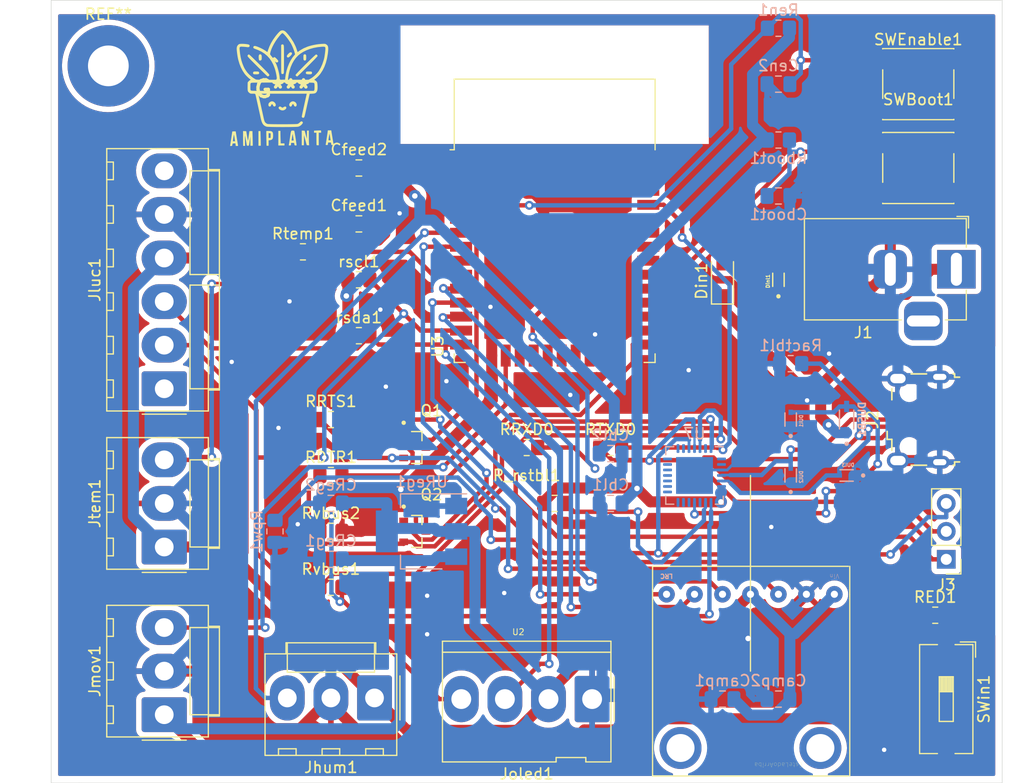
<source format=kicad_pcb>
(kicad_pcb (version 20211014) (generator pcbnew)
  (layers (0 "F.Cu" signal) (31 "B.Cu" signal) (34 "B.Paste" user) (35 "F.Paste" user) (36 "B.SilkS" user "B.Silkscreen") (37 "F.SilkS" user "F.Silkscreen") (38 "B.Mask" user) (39 "F.Mask" user) (44 "Edge.Cuts" user))
  (net 0 "")
  (net 1 "+3.3V")
  (net 2 "GNDREF")
  (net 3 "BOOT")
  (net 4 "EN")
  (net 5 "+5V")
  (net 6 "+5V_Jack")
  (net 7 "Net-(Din1-Pad2)")
  (net 8 "/CP2102N-A02-GQFN28(Bootloader)/VBUS")
  (net 9 "/CP2102N-A02-GQFN28(Bootloader)/USB_DP")
  (net 10 "/CP2102N-A02-GQFN28(Bootloader)/USB_DN")
  (net 12 "/CP2102N-A02-GQFN28(Bootloader)/TXD")
  (net 13 "/CP2102N-A02-GQFN28(Bootloader)/RXD")
  (net 14 "/CP2102N-A02-GQFN28(Bootloader)/RTS")
  (net 15 "/Sensores/dh")
  (net 16 "/Sensores/INT Luz(op)")
  (net 17 "/ESP32/SCL")
  (net 18 "/ESP32/SDA")
  (net 19 "/Sensores/VL Luz (op)")
  (net 20 "/Sensores/dm")
  (net 21 "/Sensores/dt")
  (net 22 "Net-(Q1-Pad1)")
  (net 23 "Net-(Q2-Pad1)")
  (net 24 "/CP2102N-A02-GQFN28(Bootloader)/DTR")
  (net 25 "Net-(Ractbl1-Pad1)")
  (net 26 "Net-(RED1-Pad1)")
  (net 27 "/CP2102N-A02-GQFN28(Bootloader)/RXD0")
  (net 28 "/CP2102N-A02-GQFN28(Bootloader)/TXD0")
  (net 29 "Net-(Rvbus1-Pad2)")
  (net 30 "Net-(R_rstbl1-Pad2)")
  (net 31 "/ESP32/amp_D_mode")
  (net 32 "/ESP32/Amp_Din")
  (net 33 "/ESP32/BCLK")
  (net 34 "/ESP32/LRC")
  (footprint "Connector_Molex:Molex_KK-396_A-41791-0003_1x03_P3.96mm_Vertical" (layer "F.Cu") (at 33.125 90.32 90)
    (fp_text reference "Jtem1")
    (fp_text value "Conn_01x03_Female")
  )
  (footprint "Button_Switch_SMD:SW_DIP_SPSTx01_Slide_9.78x4.72mm_W8.61mm_P2.54mm" (layer "F.Cu") (at 104.14 104.14 -90)
    (fp_text reference "SWin1")
    (fp_text value "SW_DIP_x01")
  )
  (footprint "SS8050-G:TRANS_SS8050-G" (layer "F.Cu") (at 55.88 88.9)
    (fp_text reference "Q2")
    (fp_text value "SS8050-G")
  )
  (footprint "Resistor_SMD:R_0805_2012Metric_Pad1.20x1.40mm_HandSolder" (layer "F.Cu") (at 48.26 78.74)
    (fp_text reference "RRTS1")
    (fp_text value "10K(5%)")
  )
  (footprint "Button_Switch_SMD:SW_Push_1P1T_NO_6x6mm_H9.5mm" (layer "F.Cu") (at 101.6 48.26)
    (fp_text reference "SWEnable1")
    (fp_text value "SW_Push")
  )
  (footprint "MAX9835_EditadoLib:MAX98357A_ModuloEditado" (layer "F.Cu") (at 86.36 101.6 180)
    (fp_text reference "U2")
    (fp_text value "MAX98357AETE+")
  )
  (footprint "Connector_BarrelJack:BarrelJack_Horizontal" (layer "F.Cu") (at 105.06 65.0825)
    (fp_text reference "J1")
    (fp_text value "Jack-DC")
  )
  (footprint "Resistor_SMD:R_0805_2012Metric_Pad1.20x1.40mm_HandSolder" (layer "F.Cu") (at 103.14 96.52)
    (fp_text reference "RED1")
    (fp_text value "LED")
  )
  (footprint "Resistor_SMD:R_0805_2012Metric_Pad1.20x1.40mm_HandSolder" (layer "F.Cu") (at 48.26 83.82)
    (fp_text reference "RDTR1")
    (fp_text value "10K(5%)")
  )
  (footprint "RF_Module:ESP32-WROOM-32" (layer "F.Cu") (at 68.58 63.67)
    (fp_text reference "U3")
    (fp_text value "ESP32-WROOM-32")
  )
  (footprint "AmplantaLogo:huellaAmiplantaLogo" (layer "F.Cu") (at 43.85 48.7)
    (fp_text reference "G***")
    (fp_text value "LOGO" hide)
  )
  (footprint "Connector_Molex:Molex_KK-396_A-41791-0003_1x03_P3.96mm_Vertical" (layer "F.Cu") (at 33.125 105.56 90)
    (fp_text reference "Jmov1")
    (fp_text value "Conn_01x03_Female")
  )
  (footprint "Connector_USB:USB_Micro-B_Wuerth_629105150521" (layer "F.Cu") (at 101.6 78.74 90)
    (fp_text reference "J2")
    (fp_text value "USB_B_Micro")
  )
  (footprint "Resistor_SMD:R_0805_2012Metric_Pad1.20x1.40mm_HandSolder" (layer "F.Cu") (at 50.8 71.12)
    (fp_text reference "rsda1")
    (fp_text value "4.7k")
  )
  (footprint "Resistor_SMD:R_0805_2012Metric_Pad1.20x1.40mm_HandSolder" (layer "F.Cu") (at 66.04 81.28)
    (fp_text reference "RRXD0")
    (fp_text value "0R(5%)")
  )
  (footprint "Diode_SMD:D_SOD-123F" (layer "F.Cu") (at 83.82 66.04 90)
    (fp_text reference "Din1")
    (fp_text value "MBR1020VL")
  )
  (footprint "Resistor_SMD:R_0805_2012Metric_Pad1.20x1.40mm_HandSolder" (layer "F.Cu") (at 45.72 63.5)
    (fp_text reference "Rtemp1")
    (fp_text value "4,7k")
  )
  (footprint "Connector_PinHeader_2.54mm:PinHeader_1x03_P2.54mm_Vertical" (layer "F.Cu") (at 104.14 91.44 180)
    (fp_text reference "J3")
    (fp_text value "Conn_01x03_Female")
  )
  (footprint "Button_Switch_SMD:SW_Push_1P1T_NO_6x6mm_H9.5mm" (layer "F.Cu") (at 101.6 55.88)
    (fp_text reference "SWBoot1")
    (fp_text value "SW_Push")
  )
  (footprint "Resistor_SMD:R_0805_2012Metric_Pad1.20x1.40mm_HandSolder" (layer "F.Cu") (at 48.26 93.98)
    (fp_text reference "Rvbus1")
    (fp_text value "22.1K(5%)")
  )
  (footprint "Resistor_SMD:R_0805_2012Metric_Pad1.20x1.40mm_HandSolder" (layer "F.Cu") (at 68.58 86.36)
    (fp_text reference "R_rstbl1")
    (fp_text value "2k(5%)")
  )
  (footprint "MountingHole:MountingHole_3.7mm_Pad" (layer "F.Cu") (at 28.05 46.6)
    (fp_text reference "REF**")
    (fp_text value "MountingHole_3.7mm_Pad")
  )
  (footprint "Capacitor_SMD:C_0805_2012Metric_Pad1.18x1.45mm_HandSolder" (layer "F.Cu") (at 50.8 60.96)
    (fp_text reference "Cfeed1")
    (fp_text value "22uF/10V(20%)")
  )
  (footprint "Connector_Molex:Molex_KK-396_5273-04A_1x04_P3.96mm_Vertical" (layer "F.Cu") (at 71.98 104.14 180)
    (fp_text reference "Joled1")
    (fp_text value "Conn_01x04_Female")
  )
  (footprint "SS8050-G:TRANS_SS8050-G" (layer "F.Cu") (at 55.88 81.28)
    (fp_text reference "Q1")
    (fp_text value "SS8050-G")
  )
  (footprint "Connector_Molex:Molex_KK-396_A-41791-0003_1x03_P3.96mm_Vertical" (layer "F.Cu") (at 52.22 104.035 180)
    (fp_text reference "Jhum1")
    (fp_text value "Conn_01x03_Female")
  )
  (footprint "Resistor_SMD:R_0805_2012Metric_Pad1.20x1.40mm_HandSolder" (layer "F.Cu") (at 73.66 81.28)
    (fp_text reference "RTXD0")
    (fp_text value "0R(5%)")
  )
  (footprint "LESD5D5:TVS_LESD5D5.0CT1G" (layer "F.Cu") (at 88.9 66.04 90)
    (fp_text reference "Dinl1")
    (fp_text value "LESD5D5.0CT1G")
  )
  (footprint "Resistor_SMD:R_0805_2012Metric_Pad1.20x1.40mm_HandSolder" (layer "F.Cu") (at 50.8 66.04)
    (fp_text reference "rscl1")
    (fp_text value "4.7k")
  )
  (footprint "Capacitor_SMD:C_0805_2012Metric_Pad1.18x1.45mm_HandSolder" (layer "F.Cu") (at 50.8 55.88)
    (fp_text reference "Cfeed2")
    (fp_text value "0.1uF/50(10%)")
  )
  (footprint "Resistor_SMD:R_0805_2012Metric_Pad1.20x1.40mm_HandSolder" (layer "F.Cu") (at 48.26 88.9)
    (fp_text reference "Rvbus2")
    (fp_text value "47.5K(5%)")
  )
  (footprint "Connector_Molex:Molex_KK-396_A-41791-0006_1x06_P3.96mm_Vertical" (layer "F.Cu") (at 33.125 75.94 90)
    (fp_text reference "Jluc1")
    (fp_text value "Conn_01x06_Female")
  )
  (footprint "Package_TO_SOT_SMD:SOT-223-3_TabPin2" (layer "B.Cu") (at 56.49 88.9 180)
    (fp_text reference "UReg1")
    (fp_text value "AMS1117-3.3")
  )
  (footprint "BAT760-7:SOD2513X120N" (layer "B.Cu") (at 95.0923 78.74 90)
    (fp_text reference "DUSB1")
    (fp_text value "BAT760-7")
  )
  (footprint "Capacitor_SMD:C_0805_2012Metric_Pad1.18x1.45mm_HandSolder" (layer "B.Cu") (at 73.66 81.83 180)
    (fp_text reference "Cbl2")
    (fp_text value "4.7uF/6.3V(10%)")
  )
  (footprint "Resistor_SMD:R_0805_2012Metric_Pad1.20x1.40mm_HandSolder" (layer "B.Cu") (at 90.0123 73.66 180)
    (fp_text reference "Ractbl1")
    (fp_text value "10k(5%)")
  )
  (footprint "Resistor_SMD:R_0805_2012Metric_Pad1.20x1.40mm_HandSolder" (layer "B.Cu") (at 43.18 88.9 -90)
    (fp_text reference "Rpw1")
    (fp_text value "1k")
  )
  (footprint "LESD5D5:TVS_LESD5D5.0CT1G" (layer "B.Cu") (at 90.0123 83.82 90)
    (fp_text reference "DUl2")
    (fp_text value "LESD5D5.0CT1G")
  )
  (footprint "LESD5D5:TVS_LESD5D5.0CT1G" (layer "B.Cu") (at 95.0923 83.82 180)
    (fp_text reference "DUl3")
    (fp_text value "LESD5D5.0CT1G")
  )
  (footprint "LESD5D5:TVS_LESD5D5.0CT1G" (layer "B.Cu") (at 90.0123 78.74 90)
    (fp_text reference "DUl1")
    (fp_text value "LESD5D5.0CT1G")
  )
  (footprint "Package_DFN_QFN:QFN-28-1EP_5x5mm_P0.5mm_EP3.35x3.35mm" (layer "B.Cu") (at 81.28 83.82 180)
    (fp_text reference "U7")
    (fp_text value "CP2102N-Axx-xQFN28")
  )
  (footprint "Capacitor_SMD:C_0805_2012Metric_Pad1.18x1.45mm_HandSolder" (layer "B.Cu") (at 48.26 86.36 180)
    (fp_text reference "CReg2")
    (fp_text value "1u")
  )
  (footprint "Capacitor_SMD:C_0805_2012Metric_Pad1.18x1.45mm_HandSolder" (layer "B.Cu") (at 88.9 48.26 180)
    (fp_text reference "Cen2")
    (fp_text value "0.1uF/50V(10%)(NC)")
  )
  (footprint "Capacitor_SMD:C_0805_2012Metric_Pad1.18x1.45mm_HandSolder" (layer "B.Cu") (at 88.9 58.42)
    (fp_text reference "Cboot1")
    (fp_text value "0.1uF/50V(10%)(NC)")
  )
  (footprint "Capacitor_SMD:C_0805_2012Metric_Pad1.18x1.45mm_HandSolder" (layer "B.Cu") (at 83.82 104.14 180)
    (fp_text reference "Camp1")
    (fp_text value "10u")
  )
  (footprint "Resistor_SMD:R_0805_2012Metric_Pad1.20x1.40mm_HandSolder" (layer "B.Cu") (at 88.9 43.18 180)
    (fp_text reference "Ren1")
    (fp_text value "10K(5%)")
  )
  (footprint "Capacitor_SMD:C_0805_2012Metric_Pad1.18x1.45mm_HandSolder" (layer "B.Cu") (at 73.66 86.36 180)
    (fp_text reference "Cbl1")
    (fp_text value "0.1uF/50V(10%)")
  )
  (footprint "Resistor_SMD:R_0805_2012Metric_Pad1.20x1.40mm_HandSolder" (layer "B.Cu") (at 88.9 53.34)
    (fp_text reference "Rboot1")
    (fp_text value "10K(5%)")
  )
  (footprint "Capacitor_SMD:C_0805_2012Metric_Pad1.18x1.45mm_HandSolder" (layer "B.Cu") (at 48.26 91.44 180)
    (fp_text reference "CReg1")
    (fp_text value "1u")
  )
  (footprint "Capacitor_SMD:C_0805_2012Metric_Pad1.18x1.45mm_HandSolder" (layer "B.Cu") (at 88.9 104.14 180)
    (fp_text reference "Camp2")
    (fp_text value "0.1u")
  )
  (gr_line (start 109.22 111.76) (end 25.4 111.76) (layer "Edge.Cuts") (width 0.05))
  (gr_line (start 22.86 40.64) (end 109.22 40.64) (layer "Edge.Cuts") (width 0.05))
  (gr_line (start 25.4 111.76) (end 22.86 111.76) (layer "Edge.Cuts") (width 0.05))
  (gr_line (start 109.22 40.64) (end 109.22 111.76) (layer "Edge.Cuts") (width 0.05))
  (gr_line (start 22.86 111.76) (end 22.86 40.64) (layer "Edge.Cuts") (width 0.05))
  (segment (start 38.505 90.32) (end 33.125 90.32) (width 1) (layer "F.Cu") (net 1))
  (segment (start 67.58 86.36) (end 67.58 86.2147) (width 1) (layer "F.Cu") (net 1))
  (segment (start 49.8 66.04) (end 49.8 67.5078) (width 1) (layer "F.Cu") (net 1))
  (segment (start 49.8 67.5078) (end 49.662 67.5078) (width 1) (layer "F.Cu") (net 1))
  (segment (start 33.125 64.06) (end 44.16 64.06) (width 1) (layer "F.Cu") (net 1))
  (segment (start 67.58 86.2147) (end 68.8361 84.9586) (width 1) (layer "F.Cu") (net 1))
  (segment (start 76.0163 84.9586) (end 76.0576 84.9999) (width 1) (layer "F.Cu") (net 1))
  (segment (start 54.145 56.685) (end 55.88 58.42) (width 1) (layer "F.Cu") (net 1))
  (segment (start 49.7625 61.0473) (end 49.7625 60.96) (width 1) (layer "F.Cu") (net 1))
  (segment (start 68.02 103.57) (end 74.0827 97.5073) (width 1) (layer "F.Cu") (net 1))
  (segment (start 68.8361 84.9586) (end 76.0163 84.9586) (width 1) (layer "F.Cu") (net 1))
  (segment (start 76.0576 84.9999) (end 77.2741 86.2164) (width 1) (layer "F.Cu") (net 1))
  (segment (start 52.22 104.035) (end 38.505 90.32) (width 1) (layer "F.Cu") (net 1))
  (segment (start 53.1527 56.685) (end 53.1527 61.8441) (width 1) (layer "F.Cu") (net 1))
  (segment (start 49.8 67.5078) (end 49.8 71.12) (width 1) (layer "F.Cu") (net 1))
  (segment (start 83.4677 97.5073) (end 86.36 94.615) (width 1) (layer "F.Cu") (net 1))
  (segment (start 68.02 104.14) (end 68.02 103.57) (width 1) (layer "F.Cu") (net 1))
  (segment (start 53.1527 61.8441) (end 52.5574 62.4394) (width 1) (layer "F.Cu") (net 1))
  (segment (start 44.16 64.06) (end 44.72 63.5) (width 1) (layer "F.Cu") (net 1))
  (segment (start 51.1546 62.4394) (end 49.7625 61.0473) (width 1) (layer "F.Cu") (net 1))
  (segment (start 44.72 63.2199) (end 44.72 63.5) (width 1) (layer "F.Cu") (net 1))
  (segment (start 49.7625 60.96) (end 46.9799 60.96) (width 1) (layer "F.Cu") (net 1))
  (segment (start 68.02 104.14) (end 65.1792 106.9808) (width 1) (layer "F.Cu") (net 1))
  (segment (start 52.5574 62.4394) (end 51.1546 62.4394) (width 1) (layer "F.Cu") (net 1))
  (segment (start 55.1658 106.9808) (end 52.22 104.035) (width 1) (layer "F.Cu") (net 1))
  (segment (start 51.8375 55.88) (end 52.6425 56.685) (width 1) (layer "F.Cu") (net 1))
  (segment (start 74.0827 97.5073) (end 83.4677 97.5073) (width 1) (layer "F.Cu") (net 1))
  (segment (start 53.1527 56.685) (end 54.145 56.685) (width 1) (layer "F.Cu") (net 1))
  (segment (start 65.1792 106.9808) (end 55.1658 106.9808) (width 1) (layer "F.Cu") (net 1))
  (segment (start 54.145 56.685) (end 60.08 56.685) (width 1) (layer "F.Cu") (net 1))
  (segment (start 46.9799 60.96) (end 44.72 63.2199) (width 1) (layer "F.Cu") (net 1))
  (segment (start 77.2741 86.2164) (end 83.6758 86.2164) (width 1) (layer "F.Cu") (net 1))
  (segment (start 52.6425 56.685) (end 53.1527 56.685) (width 1) (layer "F.Cu") (net 1))
  (via (at 55.88 58.42) (size 1.1) (drill 0.5) (layers "F.Cu" "B.Cu") (net 1))
  (via (at 76.0576 84.9999) (size 1.1) (drill 0.5) (layers "F.Cu" "B.Cu") (net 1))
  (via (at 49.662 67.5078) (size 1.1) (drill 0.5) (layers "F.Cu" "B.Cu") (net 1))
  (via (at 83.6758 86.2164) (size 1.1) (drill 0.5) (layers "F.Cu" "B.Cu") (net 1))
  (segment (start 49.2975 86.36) (end 49.3578 86.2997) (width 1) (layer "B.Cu") (net 1))
  (segment (start 83.6552 86.1955) (end 83.6552 85.4638) (width 0.2502) (layer "B.Cu") (net 1))
  (segment (start 89.9375 104.2268) (end 89.9375 104.14) (width 1) (layer "B.Cu") (net 1))
  (segment (start 55.93605 61.01605) (end 49.662 67.2901) (width 1) (layer "B.Cu") (net 1))
  (segment (start 72.6225 81.7382) (end 73.9975 80.3632) (width 1) (layer "B.Cu") (net 1))
  (segment (start 90.4025 98.1925) (end 93.98 94.615) (width 1) (layer "B.Cu") (net 1))
  (segment (start 86.5482 47.3809) (end 86.5482 51.9882) (width 1) (layer "B.Cu") (net 1))
  (segment (start 73.9975 80.3632) (end 73.9975 77.0865) (width 1) (layer "B.Cu") (net 1))
  (segment (start 73.9975 80.3632) (end 76.0576 80.3632) (width 1) (layer "B.Cu") (net 1))
  (segment (start 72.6225 81.83) (end 72.6225 81.7382) (width 1) (layer "B.Cu") (net 1))
  (segment (start 53.34 88.4667) (end 53.34 86.2997) (width 1) (layer "B.Cu") (net 1))
  (segment (start 76.0576 64.689) (end 76.0576 80.3632) (width 1) (layer "B.Cu") (net 1))
  (segment (start 83.6758 86.2164) (end 83.6552 86.1958) (width 1) (layer "B.Cu") (net 1))
  (segment (start 86.5482 51.9882) (end 87.9 53.34) (width 1) (layer "B.Cu") (net 1))
  (segment (start 49.3578 86.2997) (end 53.34 86.2997) (width 1) (layer "B.Cu") (net 1))
  (segment (start 86.3136 105.5961) (end 88.5682 105.5961) (width 1) (layer "B.Cu") (net 1))
  (segment (start 76.0576 84.9999) (end 74.6975 86.36) (width 1) (layer "B.Cu") (net 1))
  (segment (start 61.3403 88.9) (end 61.3403 97.4603) (width 1) (layer "B.Cu") (net 1))
  (segment (start 87.9 53.34) (end 87.4066 53.34) (width 1) (layer "B.Cu") (net 1))
  (segment (start 33.125 64.06) (end 30.3257 66.8593) (width 1) (layer "B.Cu") (net 1))
  (segment (start 89.9 44.0291) (end 86.5482 47.3809) (width 1) (layer "B.Cu") (net 1))
  (segment (start 53.34 88.6337) (end 57.6734 88.6337) (width 1) (layer "B.Cu") (net 1))
  (segment (start 89.9375 104.14) (end 89.9375 98.1925) (width 1) (layer "B.Cu") (net 1))
  (segment (start 83.6554 85.4636) (end 83.6554 85.3946) (width 1) (layer "B.Cu") (net 1))
  (segment (start 57.6734 88.6337) (end 57.9397 88.9) (width 1) (layer "B.Cu") (net 1))
  (segment (start 89.9375 98.1925) (end 86.36 94.615) (width 1) (layer "B.Cu") (net 1))
  (segment (start 59.64 88.9) (end 61.3403 88.9) (width 1) (layer "B.Cu") (net 1))
  (segment (start 88.5682 105.5961) (end 89.9375 104.2268) (width 1) (layer "B.Cu") (net 1))
  (segment (start 30.3257 66.8593) (end 30.3257 87.5207) (width 1) (layer "B.Cu") (net 1))
  (segment (start 83.6552 86.1958) (end 83.6552 86.1955) (width 1) (layer "B.Cu") (net 1))
  (segment (start 53.34 88.4667) (end 53.34 88.6337) (width 1) (layer "B.Cu") (net 1))
  (segment (start 53.34 88.9) (end 53.34 88.6337) (width 1) (layer "B.Cu") (net 1))
  (segment (start 59.5155 88.9) (end 59.64 88.9) (width 1) (layer "B.Cu") (net 1))
  (segment (start 83.6554 85.3946) (end 83.73 85.32) (width 1) (layer "B.Cu") (net 1))
  (segment (start 61.3403 97.4603) (end 68.02 104.14) (width 1) (layer "B.Cu") (net 1))
  (segment (start 73.9975 77.0865) (end 57.5282 60.6172) (width 1) (layer "B.Cu") (net 1))
  (segment (start 76.0576 80.3632) (end 76.0576 84.9999) (width 1) (layer "B.Cu") (net 1))
  (segment (start 83.73 84.82) (end 83.73 85.32) (width 0.2502) (layer "B.Cu") (net 1))
  (segment (start 57.5282 60.6172) (end 56.3349 60.6172) (width 1) (layer "B.Cu") (net 1))
  (segment (start 84.8575 104.14) (end 86.3136 105.5961) (width 1) (layer "B.Cu") (net 1))
  (segment (start 49.662 67.2901) (end 49.662 67.5078) (width 1) (layer "B.Cu") (net 1))
  (segment (start 56.3349 60.6172) (end 55.93605 61.01605) (width 1) (layer "B.Cu") (net 1))
  (segment (start 30.3257 87.5207) (end 33.125 90.32) (width 1) (layer "B.Cu") (net 1))
  (segment (start 87.4066 53.34) (end 76.0576 64.689) (width 1) (layer "B.Cu") (net 1))
  (segment (start 83.6552 85.4638) (end 83.6554 85.4636) (width 0.2502) (layer "B.Cu") (net 1))
  (segment (start 89.9 43.18) (end 89.9 44.0291) (width 1) (layer "B.Cu") (net 1))
  (segment (start 56.3349 58.8749) (end 55.88 58.42) (width 1) (layer "B.Cu") (net 1))
  (segment (start 56.3349 60.6172) (end 56.3349 58.8749) (width 1) (layer "B.Cu") (net 1))
  (segment (start 59.5155 88.9) (end 57.9397 88.9) (width 1) (layer "B.Cu") (net 1))
  (segment (start 89.9375 98.1925) (end 90.4025 98.1925) (width 1) (layer "B.Cu") (net 1))
  (segment (start 57.3651 54.4004) (end 58.3797 55.415) (width 1) (layer "F.Cu") (net 2))
  (segment (start 49.7625 56.5965) (end 49.7625 55.88) (width 1) (layer "F.Cu") (net 2))
  (segment (start 86.1464 98.6331) (end 86.0718 98.7077) (width 1) (layer "F.Cu") (net 2))
  (segment (start 105.575 58.13) (end 99.06 58.13) (width 1) (layer "F.Cu") (net 2))
  (segment (start 67.58 62.915) (end 67.58 66.1153) (width 1) (layer "F.Cu") (net 2))
  (segment (start 67.58 62.915) (end 67.58 59.7147) (width 1) (layer "F.Cu") (net 2))
  (segment (start 53.7722 86.1572) (end 56.3122 83.6172) (width 1) (layer "F.Cu") (net 2))
  (segment (start 53.4756 106.9883) (end 50.6758 106.9883) (width 1) (layer "F.Cu") (net 2))
  (segment (start 51.1471 54.4004) (end 57.3651 54.4004) (width 1) (layer "F.Cu") (net 2))
  (segment (start 71.8797 55.415) (end 77.08 55.415) (width 1) (layer "F.Cu") (net 2))
  (segment (start 104.2872 50.51) (end 105.575 50.51) (width 1) (layer "F.Cu") (net 2))
  (segment (start 75.2788 106.9414) (end 71.2693 106.9414) (width 1) (layer "F.Cu") (net 2))
  (segment (start 107.0924 52.6923) (end 107.0924 55.2623) (width 1) (layer "F.Cu") (net 2))
  (segment (start 51.0294 88.9) (end 53.7722 86.1572) (width 1) (layer "F.Cu") (net 2))
  (segment (start 91.2724 50.51) (end 97.625 50.51) (width 1) (layer "F.Cu") (net 2))
  (segment (start 67.3754 59.5101) (end 67.3754 58.8173) (width 1) (layer "F.Cu") (net 2))
  (segment (start 99.7 77.44) (end 99.7 75.065) (width 0.2) (layer "F.Cu") (net 2))
  (segment (start 97.625 50.51) (end 104.2872 50.51) (width 1) (layer "F.Cu") (net 2))
  (segment (start 67.58 59.7147) (end 71.8797 55.415) (width 1) (layer "F.Cu") (net 2))
  (segment (start 62.865 72.925) (end 62.865 70.8303) (width 1) (layer "F.Cu") (net 2))
  (segment (start 83.5125 98.7077) (end 75.2788 106.9414) (width 1) (layer "F.Cu") (net 2))
  (segment (start 77.08 55.415) (end 86.3674 55.415) (width 1) (layer "F.Cu") (net 2))
  (segment (start 101.4503 82.465) (end 101.6003 82.615) (width 1) (layer "F.Cu") (net 2))
  (segment (start 99.75 82.465) (end 101.4503 82.465) (width 1) (layer "F.Cu") (net 2))
  (segment (start 49.26 88.9) (end 51.0294 88.9) (width 1) (layer "F.Cu") (net 2))
  (segment (start 56.3122 83.6172) (end 54.8394 85.09) (width 1) (layer "F.Cu") (net 2))
  (segment (start 50.6758 106.9883) (end 47.9913 104.3037) (width 1) (layer "F.Cu") (net 2))
  (segment (start 60.08 55.415) (end 58.3797 55.415) (width 1) (layer "F.Cu") (net 2))
  (segment (start 99.06 58.13) (end 97.625 58.13) (width 1) (layer "F.Cu") (net 2))
  (segment (start 99.7 75.065) (end 99.75 75.015) (width 0.2) (layer "F.Cu") (net 2))
  (segment (start 104.2872 50.51) (end 104.9101 50.51) (width 1) (layer "F.Cu") (net 2))
  (segment (start 54.8394 85.09) (end 54.61 85.09) (width 1) (layer "F.Cu") (net 2))
  (segment (start 99.06 58.13) (end 99.06 65.0825) (width 1) (layer "F.Cu") (net 2))
  (segment (start 86.0718 98.7077) (end 83.5125 98.7077) (width 1) (layer "F.Cu") (net 2))
  (segment (start 97.4425 66.7) (end 99.06 65.0825) (width 1) (layer "F.Cu") (net 2))
  (segment (start 45.4678 106.8272) (end 47.9913 104.3037) (width 1) (layer "F.Cu") (net 2))
  (segment (start 67.3754 58.8173) (end 66.7309 58.1728) (width 1) (layer "F.Cu") (net 2))
  (segment (start 51.8375 58.6715) (end 49.7625 56.5965) (width 1) (layer "F.Cu") (net 2))
  (segment (start 37.1666 101.6) (end 42.3938 106.8272) (width 1) (layer "F.Cu") (net 2))
  (segment (start 71.2693 106.9414) (end 70.022 108.1887) (width 1) (layer "F.Cu") (net 2))
  (segment (start 104.9101 50.51) (end 107.0924 52.6923) (width 1) (layer "F.Cu") (net 2))
  (segment (start 49.7625 55.88) (end 49.7625 55.785) (width 1) (layer "F.Cu") (net 2))
  (segment (start 66.7309 58.1728) (end 66.0381 58.1728) (width 1) (layer "F.Cu") (net 2))
  (segment (start 53.7722 86.1572) (end 54.61 85.3194) (width 1) (layer "F.Cu") (net 2))
  (segment (start 86.3674 55.415) (end 91.2724 50.51) (width 1) (layer "F.Cu") (net 2))
  (segment (start 63.2803 55.415) (end 60.08 55.415) (width 1) (layer "F.Cu") (net 2))
  (segment (start 107.0924 55.2623) (end 105.575 56.7797) (width 1) (layer "F.Cu") (net 2))
  (segment (start 49.7625 55.785) (end 51.1471 54.4004) (width 1) (layer "F.Cu") (net 2))
  (segment (start 62.865 70.8303) (end 67.58 66.1153) (width 1) (layer "F.Cu") (net 2))
  (segment (start 54.61 85.3194) (end 54.61 85.09) (width 1) (layer "F.Cu") (net 2))
  (segment (start 47.9913 104.3037) (end 48.26 104.035) (width 1) (layer "F.Cu") (net 2))
  (segment (start 42.3938 106.8272) (end 45.4678 106.8272) (width 1) (layer "F.Cu") (net 2))
  (segment (start 66.0381 58.1728) (end 63.2803 55.415) (width 1) (layer "F.Cu") (net 2))
  (segment (start 33.125 101.6) (end 37.1666 101.6) (width 1) (layer "F.Cu") (net 2))
  (segment (start 91.44 94.615) (end 87.4219 98.6331) (width 1) (layer "F.Cu") (net 2))
  (segment (start 101.6003 82.615) (end 103.55 82.615) (width 1) (layer "F.Cu") (net 2))
  (segment (start 51.8375 60.96) (end 51.8375 58.6715) (width 1) (layer "F.Cu") (net 2))
  (segment (start 88.9 66.7) (end 97.4425 66.7) (width 1) (layer "F.Cu") (net 2))
  (segment (start 62.865 77.0644) (end 62.865 72.925) (width 1) (layer "F.Cu") (net 2))
  (segment (start 105.575 58.13) (end 105.575 56.7797) (width 1) (layer "F.Cu") (net 2))
  (segment (start 87.4219 98.6331) (end 86.1464 98.6331) (width 1) (layer "F.Cu") (net 2))
  (segment (start 67.58 59.7147) (end 67.3754 59.5101) (width 1) (layer "F.Cu") (net 2))
  (segment (start 56.3122 83.6172) (end 62.865 77.0644) (width 1) (layer "F.Cu") (net 2))
  (segment (start 54.676 108.1887) (end 53.4756 106.9883) (width 1) (layer "F.Cu") (net 2))
  (segment (start 70.022 108.1887) (end 54.676 108.1887) (width 1) (layer "F.Cu") (net 2))
  (via (at 93.5 72.75) (size 0.8) (drill 0.4) (layers "F.Cu" "B.Cu") (net 2))
  (via (at 72.25 71) (size 0.8) (drill 0.4) (layers "F.Cu" "B.Cu") (net 2))
  (via (at 98.5 108.75) (size 0.8) (drill 0.4) (layers "F.Cu" "B.Cu") (net 2))
  (via (at 54.61 85.09) (size 1.1) (drill 0.5) (layers "F.Cu" "B.Cu") (net 2))
  (via (at 70 76.5) (size 0.8) (drill 0.4) (layers "F.Cu" "B.Cu") (net 2))
  (via (at 80.75 74.25) (size 0.8) (drill 0.4) (layers "F.Cu" "B.Cu") (net 2))
  (via (at 54.5 60) (size 0.8) (drill 0.4) (layers "F.Cu" "B.Cu") (net 2))
  (via (at 58.75 75.25) (size 0.8) (drill 0.4) (layers "F.Cu" "B.Cu") (net 2))
  (via (at 88.25 88.5) (size 0.8) (drill 0.4) (layers "F.Cu" "B.Cu") (net 2))
  (via (at 43.5 79.5) (size 0.8) (drill 0.4) (layers "F.Cu" "B.Cu") (net 2))
  (via (at 45.25 88.25) (size 0.8) (drill 0.4) (layers "F.Cu" "B.Cu") (net 2))
  (via (at 53.25 75.75) (size 0.8) (drill 0.4) (layers "F.Cu" "B.Cu") (net 2))
  (via (at 57 98.25) (size 0.8) (drill 0.4) (layers "F.Cu" "B.Cu") (net 2))
  (via (at 57 94.75) (size 0.8) (drill 0.4) (layers "F.Cu" "B.Cu") (net 2))
  (via (at 39.25 73.5) (size 0.8) (drill 0.4) (layers "F.Cu" "B.Cu") (net 2))
  (via (at 91.5 77) (size 0.8) (drill 0.4) (layers "F.Cu" "B.Cu") (net 2))
  (via (at 64 94.5) (size 0.8) (drill 0.4) (layers "F.Cu" "B.Cu") (net 2))
  (via (at 52.75 68.75) (size 0.8) (drill 0.4) (layers "F.Cu" "B.Cu") (net 2))
  (via (at 62.75 68.5) (size 0.8) (drill 0.4) (layers "F.Cu" "B.Cu") (net 2))
  (via (at 86.1464 98.6331) (size 1.1) (drill 0.5) (layers "F.Cu" "B.Cu") (net 2))
  (via (at 44.5 68) (size 0.8) (drill 0.4) (layers "F.Cu" "B.Cu") (net 2))
  (segment (start 88.9221 79.4) (end 86.1431 82.179) (width 1) (layer "B.Cu") (net 2))
  (segment (start 91.1423 84.2503) (end 91.1423 79.6297) (width 1) (layer "B.Cu") (net 2))
  (segment (start 83.0345 106.8004) (end 89.448 106.8004) (width 1) (layer "B.Cu") (net 2))
  (segment (start 90.4625 84.48) (end 90.0123 84.48) (width 1) (layer "B.Cu") (net 2))
  (segment (start 89.9375 71.0244) (end 89.0123 71.9496) (width 1) (layer "B.Cu") (net 2))
  (segment (start 85.3913 82.179) (end 84.2503 83.32) (width 0.2502) (layer "B.Cu") (net 2))
  (segment (start 47.2225 100.2472) (end 48.26 101.2847) (width 1) (layer "B.Cu") (net 2))
  (segment (start 47.2225 86.2349) (end 47.2225 86.36) (width 1) (layer "B.Cu") (net 2))
  (segment (start 99.06 72.8997) (end 99.75 73.5897) (width 1) (layer "B.Cu") (net 2))
  (segment (start 59.64 86.6) (end 59.64 85.1497) (width 1) (layer "B.Cu") (net 2))
  (segment (start 92.0194 52.5289) (end 92.0194 56.3381) (width 1) (layer "B.Cu") (net 2))
  (segment (start 90.9126 84.48) (end 91.1423 84.2503) (width 1) (layer "B.Cu") (net 2))
  (segment (start 87.8625 48.372) (end 92.0194 52.5289) (width 1) (layer "B.Cu") (net 2))
  (segment (start 35.8763 88.5736) (end 33.3939 86.0911) (width 1) (layer "B.Cu") (net 2))
  (segment (start 47.2225 89.9076) (end 47.2149 89.9) (width 1) (layer "B.Cu") (net 2))
  (segment (start 87.8625 104.14) (end 86.395 102.6725) (width 1) (layer "B.Cu") (net 2))
  (segment (start 82.7825 103.9844) (end 82.7825 104.14) (width 1) (layer "B.Cu") (net 2))
  (segment (start 59.4148 84.9245) (end 48.5329 84.9245) (width 1) (layer "B.Cu") (net 2))
  (segment (start 47.2149 86.3676) (end 47.2149 89.9) (width 1) (layer "B.Cu") (net 2))
  (segment (start 99.75 75.015) (end 99.75 73.5897) (width 1) (layer "B.Cu") (net 2))
  (segment (start 86.395 102.6725) (end 86.1464 102.6725) (width 1) (layer "B.Cu") (net 2))
  (segment (start 72.8884 86.6259) (end 72.6225 86.36) (width 1) (layer "B.Cu") (net 2))
  (segment (start 95.7523 83.82) (end 96.6926 83.82) (width 1) (layer "B.Cu") (net 2))
  (segment (start 33.125 60.1) (end 35.879 62.854) (width 1) (layer "B.Cu") (net 2))
  (segment (start 103.55 82.615) (end 101.9497 82.615) (width 1) (layer "B.Cu") (net 2))
  (segment (start 59.64 85.1497) (end 59.4148 84.9245) (width 1) (layer "B.Cu") (net 2))
  (segment (start 48.5329 84.9245) (end 47.2225 86.2349) (width 1) (layer "B.Cu") (net 2))
  (segment (start 89.9375 58.42) (end 89.9375 65.0825) (width 1) (layer "B.Cu") (net 2))
  (segment (start 101.4503 75.015) (end 101.6003 74.865) (width 1) (layer "B.Cu") (net 2))
  (segment (start 72.8884 103.6858) (end 79.9199 103.6858) (width 1) (layer "B.Cu") (net 2))
  (segment (start 89.0123 79.3003) (end 89.112 79.4) (width 1) (layer "B.Cu") (net 2))
  (segment (start 89.0123 73.66) (end 89.0123 79.3003) (width 1) (layer "B.Cu") (net 2))
  (segment (start 47.2225 91.44) (end 47.2225 89.9076) (width 1) (layer "B.Cu") (net 2))
  (segment (start 101.6003 74.865) (end 101.9497 74.865) (width 1) (layer "B.Cu") (net 2))
  (segment (start 72.6225 85.394) (end 72.6225 86.36) (width 1) (layer "B.Cu") (net 2))
  (segment (start 48.26 104.035) (end 48.26 101.2847) (width 1) (layer "B.Cu") (net 2))
  (segment (start 81.78 83.32) (end 81.28 83.82) (width 0.2502) (layer "B.Cu") (net 2))
  (segment (start 89.0123 71.9496) (end 89.0123 73.66) (width 1) (layer "B.Cu") (net 2))
  (segment (start 90.0123 79.4) (end 89.112 79.4) (width 1) (layer "B.Cu") (net 2))
  (segment (start 87.8625 48.26) (end 87.8625 48.372) (width 1) (layer "B.Cu") (net 2))
  (segment (start 95.7523 100.4961) (end 95.7523 83.82) (width 1) (layer "B.Cu") (net 2))
  (segment (start 86.1464 102.6725) (end 84.0944 102.6725) (width 1) (layer "B.Cu") (net 2))
  (segment (start 92.0194 56.3381) (end 89.9375 58.42) (width 1) (layer "B.Cu") (net 2))
  (segment (start 83.73 83.32) (end 81.78 83.32) (width 0.2502) (layer "B.Cu") (net 2))
  (segment (start 47.2149 89.9) (end 43.18 89.9) (width 1) (layer "B.Cu") (net 2))
  (segment (start 99.75 75.015) (end 101.4503 75.015) (width 1) (layer "B.Cu") (net 2))
  (segment (start 84.2503 83.32) (end 83.73 83.32) (width 0.2502) (layer "B.Cu") (net 2))
  (segment (start 89.9375 65.0825) (end 99.06 65.0825) (width 1) (layer "B.Cu") (net 2))
  (segment (start 72.8884 103.6858) (end 72.8884 86.6259) (width 1) (layer "B.Cu") (net 2))
  (segment (start 86.1431 82.179) (end 85.3913 82.179) (width 0.2502) (layer "B.Cu") (net 2))
  (segment (start 74.6975 81.83) (end 74.6975 83.319) (width 1) (layer "B.Cu") (net 2))
  (segment (start 33.125 101.6) (end 35.8763 98.8487) (width 1) (layer "B.Cu") (net 2))
  (segment (start 79.9199 103.6858) (end 83.0345 106.8004) (width 1) (layer "B.Cu") (net 2))
  (segment (start 74.6975 83.319) (end 72.6225 85.394) (width 1) (layer "B.Cu") (net 2))
  (segment (start 35.8763 98.8487) (end 35.8763 88.5736) (width 1) (layer "B.Cu") (net 2))
  (segment (start 35.879 62.854) (end 35.879 83.606) (width 1) (layer "B.Cu") (net 2))
  (segment (start 90.4625 84.48) (end 90.9126 84.48) (width 1) (layer "B.Cu") (net 2))
  (segment (start 86.1464 102.6725) (end 86.1464 98.6331) (width 1) (layer "B.Cu") (net 2))
  (segment (start 72.4342 103.6858) (end 72.8884 103.6858) (width 1) (layer "B.Cu") (net 2))
  (segment (start 99.75 82.465) (end 99.75 83.8903) (width 1) (layer "B.Cu") (net 2))
  (segment (start 71.98 104.14) (end 72.4342 103.6858) (width 1) (layer "B.Cu") (net 2))
  (segment (start 101.9497 82.615) (end 101.9497 74.865) (width 1) (layer "B.Cu") (net 2))
  (segment (start 96.7629 83.8903) (end 99.75 83.8903) (width 1) (layer "B.Cu") (net 2))
  (segment (start 84.0944 102.6725) (end 82.7825 103.9844) (width 1) (layer "B.Cu") (net 2))
  (segment (start 89.448 106.8004) (end 95.7523 100.4961) (width 1) (layer "B.Cu") (net 2))
  (segment (start 91.1423 79.6297) (end 90.9126 79.4) (width 1) (layer "B.Cu") (net 2))
  (segment (start 103.55 74.865) (end 101.9497 74.865) (width 1) (layer "B.Cu") (net 2))
  (segment (start 89.112 79.4) (end 88.9221 79.4) (width 1) (layer "B.Cu") (net 2))
  (segment (start 89.9375 65.0825) (end 89.9375 71.0244) (width 1) (layer "B.Cu") (net 2))
  (segment (start 99.06 65.0825) (end 99.06 72.8997) (width 1) (layer "B.Cu") (net 2))
  (segment (start 47.2225 86.36) (end 47.2149 86.3676) (width 1) (layer "B.Cu") (net 2))
  (segment (start 96.6926 83.82) (end 96.7629 83.8903) (width 1) (layer "B.Cu") (net 2))
  (segment (start 90.0123 79.4) (end 90.9126 79.4) (width 1) (layer "B.Cu") (net 2))
  (segment (start 33.3939 86.0911) (end 33.125 86.36) (width 1) (layer "B.Cu") (net 2))
  (segment (start 47.2225 91.44) (end 47.2225 100.2472) (width 1) (layer "B.Cu") (net 2))
  (segment (start 35.879 83.606) (end 33.3939 86.0911) (width 1) (layer "B.Cu") (net 2))
  (segment (start 70.9248 78.3199) (end 64.5798 78.3199) (width 0.4) (layer "F.Cu") (net 3))
  (segment (start 56.89 86.0097) (end 56.89 88.9) (width 0.4) (layer "F.Cu") (net 3))
  (segment (start 78.4803 71.925) (end 78.4803 66.8216) (width 0.4) (layer "F.Cu") (net 3))
  (segment (start 75.6797 71.925) (end 75.6797 73.565) (width 0.4) (layer "F.Cu") (net 3))
  (segment (start 75.6797 73.565) (end 70.9248 78.3199) (width 0.4) (layer "F.Cu") (net 3))
  (segment (start 96.4497 53.63) (end 95.6731 54.4066) (width 0.4) (layer "F.Cu") (net 3))
  (segment (start 97.625 53.63) (end 96.4497 53.63) (width 0.4) (layer "F.Cu") (net 3))
  (segment (start 77.08 71.925) (end 78.4803 71.925) (width 0.4) (layer "F.Cu") (net 3))
  (segment (start 105.575 53.63) (end 97.625 53.63) (width 0.4) (layer "F.Cu") (net 3))
  (segment (start 78.4803 66.8216) (end 90.8953 54.4066) (width 0.4) (layer "F.Cu") (net 3))
  (segment (start 77.08 71.925) (end 75.6797 71.925) (width 0.4) (layer "F.Cu") (net 3))
  (segment (start 95.6731 54.4066) (end 90.8953 54.4066) (width 0.4) (layer "F.Cu") (net 3))
  (segment (start 64.5798 78.3199) (end 56.89 86.0097) (width 0.4) (layer "F.Cu") (net 3))
  (via (at 90.8953 54.4066) (size 0.8) (drill 0.4) (layers "F.Cu" "B.Cu") (net 3))
  (segment (start 89.9 54.4066) (end 90.8953 54.4066) (width 0.4) (layer "B.Cu") (net 3))
  (segment (start 89.9 54.4066) (end 89.9 56.3825) (width 0.4) (layer "B.Cu") (net 3))
  (segment (start 89.9 53.34) (end 89.9 54.4066) (width 0.4) (layer "B.Cu") (net 3))
  (segment (start 89.9 56.3825) (end 87.8625 58.42) (width 0.4) (layer "B.Cu") (net 3))
  (segment (start 66.2751 59.2731) (end 61.4803 59.2731) (width 0.4) (layer "F.Cu") (net 4))
  (segment (start 96.4497 46.01) (end 96.373 46.0867) (width 0.4) (layer "F.Cu") (net 4))
  (segment (start 105.575 46.01) (end 97.625 46.01) (width 0.4) (layer "F.Cu") (net 4))
  (segment (start 56.89 80.5797) (end 57.48 80.5797) (width 0.4) (layer "F.Cu") (net 4))
  (segment (start 56.89 81.28) (end 56.89 80.5797) (width 0.4) (layer "F.Cu") (net 4))
  (segment (start 61.4803 76.5794) (end 61.4803 59.2731) (width 0.4) (layer "F.Cu") (net 4))
  (segment (start 57.48 80.5797) (end 61.4803 76.5794) (width 0.4) (layer "F.Cu") (net 4))
  (segment (start 60.08 57.955) (end 61.4803 57.955) (width 0.4) (layer "F.Cu") (net 4))
  (segment (start 96.373 46.0867) (end 90.9253 46.0867) (width 0.4) (layer "F.Cu") (net 4))
  (segment (start 61.4803 57.955) (end 61.4803 59.2731) (width 0.4) (layer "F.Cu") (net 4))
  (segment (start 97.625 46.01) (end 96.4497 46.01) (width 0.4) (layer "F.Cu") (net 4))
  (via (at 66.2751 59.2731) (size 0.8) (drill 0.4) (layers "F.Cu" "B.Cu") (net 4))
  (via (at 90.9253 46.0867) (size 0.8) (drill 0.4) (layers "F.Cu" "B.Cu") (net 4))
  (segment (start 90.9253 47.2722) (end 89.9375 48.26) (width 0.4) (layer "B.Cu") (net 4))
  (segment (start 90.9253 46.0867) (end 90.9253 47.2722) (width 0.4) (layer "B.Cu") (net 4))
  (segment (start 90.9253 46.0867) (end 90.9253 42.4735) (width 0.4) (layer "B.Cu") (net 4))
  (segment (start 84.6064 52.3129) (end 77.6462 59.2731) (width 0.4) (layer "B.Cu") (net 4))
  (segment (start 87.9 43.18) (end 84.6064 46.4736) (width 0.4) (layer "B.Cu") (net 4))
  (segment (start 90.9253 42.4735) (end 90.509 42.0572) (width 0.4) (layer "B.Cu") (net 4))
  (segment (start 90.509 42.0572) (end 89.0228 42.0572) (width 0.4) (layer "B.Cu") (net 4))
  (segment (start 89.0228 42.0572) (end 87.9 43.18) (width 0.4) (layer "B.Cu") (net 4))
  (segment (start 77.6462 59.2731) (end 66.2751 59.2731) (width 0.4) (layer "B.Cu") (net 4))
  (segment (start 84.6064 46.4736) (end 84.6064 52.3129) (width 0.4) (layer "B.Cu") (net 4))
  (segment (start 33.125 105.56) (end 36.954 109.389) (width 1) (layer "F.Cu") (net 5))
  (segment (start 104.14 96.8356) (end 100.3648 100.6108) (width 1) (layer "F.Cu") (net 5))
  (segment (start 100.3648 100.6108) (end 100.3648 105.9301) (width 1) (layer "F.Cu") (net 5))
  (segment (start 78.3618 105.9301) (end 100.3648 105.9301) (width 1) (layer "F.Cu") (net 5))
  (segment (start 104.14 96.52) (end 104.14 96.8356) (width 1) (layer "F.Cu") (net 5))
  (segment (start 74.9029 109.389) (end 78.3618 105.9301) (width 1) (layer "F.Cu") (net 5))
  (segment (start 100.3648 105.9301) (end 102.8797 108.445) (width 1) (layer "F.Cu") (net 5))
  (segment (start 104.14 108.445) (end 102.8797 108.445) (width 1) (layer "F.Cu") (net 5))
  (segment (start 36.954 109.389) (end 74.9029 109.389) (width 1) (layer "F.Cu") (net 5))
  (segment (start 49.4112 91.5537) (end 54.5427 91.5537) (width 1) (layer "B.Cu") (net 5))
  (segment (start 34.4005 106.8355) (end 33.125 105.56) (width 1) (layer "B.Cu") (net 5))
  (segment (start 53.9137 106.8355) (end 34.4005 106.8355) (width 1) (layer "B.Cu") (net 5))
  (segment (start 59.64 91.2) (end 57.9397 91.2) (width 1) (layer "B.Cu") (net 5))
  (segment (start 54.5427 91.5537) (end 54.5427 106.2065) (width 1) (layer "B.Cu") (net 5))
  (segment (start 54.5427 106.2065) (end 53.9137 106.8355) (width 1) (layer "B.Cu") (net 5))
  (segment (start 54.5427 91.5537) (end 57.586 91.5537) (width 1) (layer "B.Cu") (net 5))
  (segment (start 57.586 91.5537) (end 57.9397 91.2) (width 1) (layer "B.Cu") (net 5))
  (segment (start 49.2975 91.44) (end 49.4112 91.5537) (width 1) (layer "B.Cu") (net 5))
  (segment (start 92.7375 78.5055) (end 92.7375 75.6589) (width 1) (layer "F.Cu") (net 6))
  (segment (start 96.983 73.578) (end 94.8184 73.578) (width 1) (layer "F.Cu") (net 6))
  (segment (start 105.4003 99.835) (end 107.823 97.4123) (width 1) (layer "F.Cu") (net 6))
  (segment (start 107.823 97.4123) (end 107.823 73.025) (width 1) (layer "F.Cu") (net 6))
  (segment (start 94.8184 73.578) (end 92.7375 75.6589) (width 1) (layer "F.Cu") (net 6))
  (segment (start 90.7886 75.6589) (end 83.82 68.6903) (width 1) (layer "F.Cu") (net 6))
  (segment (start 92.7375 75.6589) (end 90.7886 75.6589) (width 1) (layer "F.Cu") (net 6))
  (segment (start 104.14 99.835) (end 105.4003 99.835) (width 1) (layer "F.Cu") (net 6))
  (segment (start 83.82 67.44) (end 83.82 68.6903) (width 1) (layer "F.Cu") (net 6))
  (segment (start 93.4528 79.2208) (end 92.7375 78.5055) (width 1) (layer "F.Cu") (net 6))
  (segment (start 107.823 73.025) (end 107.569 72.771) (width 1) (layer "F.Cu") (net 6))
  (segment (start 107.569 72.771) (end 97.79 72.771) (width 1) (layer "F.Cu") (net 6))
  (segment (start 97.79 72.771) (end 96.983 73.578) (width 1) (layer "F.Cu") (net 6))
  (via (at 93.4528 79.2208) (size 1.1) (drill 0.5) (layers "F.Cu" "B.Cu") (net 6))
  (segment (start 94.162 79.93) (end 93.4528 79.2208) (width 1) (layer "B.Cu") (net 6))
  (segment (start 95.0923 79.93) (end 94.162 79.93) (width 1) (layer "B.Cu") (net 6))
  (segment (start 86.9 65.5) (end 85.82 65.5) (width 1) (layer "F.Cu") (net 7))
  (segment (start 85.82 65.5) (end 84.96 64.64) (width 1) (layer "F.Cu") (net 7))
  (segment (start 86.36 66.04) (end 86.36 68.58) (width 1) (layer "F.Cu") (net 7))
  (segment (start 101.6 66.547956) (end 101.6 66.04) (width 0.6) (layer "F.Cu") (net 7))
  (segment (start 83.82 64.64) (end 84.7703 64.64) (width 0.4) (layer "F.Cu") (net 7))
  (segment (start 99.06 68.58) (end 100.076022 67.563978) (width 0.6) (layer "F.Cu") (net 7))
  (segment (start 88.9 71.12) (end 96.745114 71.12) (width 1) (layer "F.Cu") (net 7))
  (segment (start 101.6 66.04) (end 101.825114 66.04) (width 1) (layer "F.Cu") (net 7))
  (segment (start 100.076022 67.563978) (end 100.583978 67.563978) (width 0.6) (layer "F.Cu") (net 7))
  (segment (start 86.36 68.58) (end 88.9 71.12) (width 1) (layer "F.Cu") (net 7))
  (segment (start 83.82 64.64) (end 84.96 64.64) (width 1) (layer "F.Cu") (net 7))
  (segment (start 100.583978 67.563978) (end 101.6 66.547956) (width 0.6) (layer "F.Cu") (net 7))
  (segment (start 96.745114 71.12) (end 96.745114 70.894886) (width 1) (layer "F.Cu") (net 7))
  (segment (start 101.825114 66.04) (end 102.782614 65.0825) (width 1) (layer "F.Cu") (net 7))
  (segment (start 86.9 65.5) (end 86.36 66.04) (width 1) (layer "F.Cu") (net 7))
  (segment (start 96.745114 70.894886) (end 99.06 68.58) (width 1) (layer "F.Cu") (net 7))
  (segment (start 105.06 65.0825) (end 102.782614 65.0825) (width 1) (layer "F.Cu") (net 7))
  (segment (start 88.9 65.5) (end 86.9 65.5) (width 1) (layer "F.Cu") (net 7))
  (segment (start 99.7 80.04) (end 98.6497 80.04) (width 0.4) (layer "F.Cu") (net 8))
  (segment (start 83.8268 79.5205) (end 65.077 79.5205) (width 0.4) (layer "F.Cu") (net 8))
  (segment (start 94.0774 82.3303) (end 86.6366 82.3303) (width 0.4) (layer "F.Cu") (net 8))
  (segment (start 63.7932 80.8043) (end 63.7932 85.0103) (width 0.4) (layer "F.Cu") (net 8))
  (segment (start 48.4845 92.7555) (end 47.26 93.98) (width 0.4) (layer "F.Cu") (net 8))
  (segment (start 65.077 79.5205) (end 63.7932 80.8043) (width 0.4) (layer "F.Cu") (net 8))
  (segment (start 98.6497 80.04) (end 98.2638 80.4259) (width 0.4) (layer "F.Cu") (net 8))
  (segment (start 63.7932 85.0103) (end 56.048 92.7555) (width 0.4) (layer "F.Cu") (net 8))
  (segment (start 56.048 92.7555) (end 48.4845 92.7555) (width 0.4) (layer "F.Cu") (net 8))
  (segment (start 96.4486 80.4259) (end 96.2152 80.1925) (width 0.4) (layer "F.Cu") (net 8))
  (segment (start 86.6366 82.3303) (end 83.8268 79.5205) (width 0.4) (layer "F.Cu") (net 8))
  (segment (start 98.2638 80.4259) (end 96.4486 80.4259) (width 0.4) (layer "F.Cu") (net 8))
  (segment (start 96.2152 80.1925) (end 94.0774 82.3303) (width 0.4) (layer "F.Cu") (net 8))
  (via (at 96.2152 80.1925) (size 0.8) (drill 0.4) (layers "F.Cu" "B.Cu") (net 8))
  (segment (start 95.0923 77.55) (end 94.462 77.55) (width 0.4) (layer "B.Cu") (net 8))
  (segment (start 96.2152 80.1925) (end 96.2152 78.0426) (width 0.4) (layer "B.Cu") (net 8))
  (segment (start 95.0923 77.55) (end 95.7226 77.55) (width 0.4) (layer "B.Cu") (net 8))
  (segment (start 90.0123 78.08) (end 93.932 78.08) (width 0.4) (layer "B.Cu") (net 8))
  (segment (start 96.2152 78.0426) (end 95.7226 77.55) (width 0.4) (layer "B.Cu") (net 8))
  (segment (start 93.932 78.08) (end 94.462 77.55) (width 0.4) (layer "B.Cu") (net 8))
  (segment (start 95.5036 78.74) (end 92.765 81.4786) (width 0.4) (layer "F.Cu") (net 9))
  (segment (start 99.7 78.74) (end 95.5036 78.74) (width 0.4) (layer "F.Cu") (net 9))
  (segment (start 92.765 81.4786) (end 90.0123 81.4786) (width 0.4) (layer "F.Cu") (net 9))
  (via (at 90.0123 81.4786) (size 0.8) (drill 0.4) (layers "F.Cu" "B.Cu") (net 9))
  (segment (start 90.0123 83.16) (end 90.0123 82.5197) (width 0.4) (layer "B.Cu") (net 9))
  (segment (start 83.7674 83.7826) (end 83.73 83.82) (width 0.2502) (layer "B.Cu") (net 9))
  (segment (start 87.3833 83.7826) (end 88.6462 82.5197) (width 0.4) (layer "B.Cu") (net 9))
  (segment (start 84.5307 83.7826) (end 83.7674 83.7826) (width 0.2502) (layer "B.Cu") (net 9))
  (segment (start 90.0123 82.5197) (end 90.0123 81.4786) (width 0.4) (layer "B.Cu") (net 9))
  (segment (start 84.5307 83.7826) (end 87.3833 83.7826) (width 0.4) (layer "B.Cu") (net 9))
  (segment (start 88.6462 82.5197) (end 90.0123 82.5197) (width 0.4) (layer "B.Cu") (net 9))
  (segment (start 99.7 79.39) (end 97.2595 79.39) (width 0.4) (layer "F.Cu") (net 10))
  (segment (start 97.2595 79.39) (end 97.0626 79.5869) (width 0.4) (layer "F.Cu") (net 10))
  (via (at 97.0626 79.5869) (size 0.8) (drill 0.4) (layers "F.Cu" "B.Cu") (net 10))
  (segment (start 84.3617 84.32) (end 84.5655 84.5238) (width 0.2502) (layer "B.Cu") (net 10))
  (segment (start 94.1122 83.82) (end 93.2634 83.82) (width 0.4) (layer "B.Cu") (net 10))
  (segment (start 94.4323 83.82) (end 94.4323 83.2197) (width 0.4) (layer "B.Cu") (net 10))
  (segment (start 93.2634 83.82) (end 91.6721 85.4113) (width 0.4) (layer "B.Cu") (net 10))
  (segment (start 83.73 84.32) (end 84.3617 84.32) (width 0.2502) (layer "B.Cu") (net 10))
  (segment (start 91.6721 85.4113) (end 85.453 85.4113) (width 0.4) (layer "B.Cu") (net 10))
  (segment (start 97.0626 80.5894) (end 94.4323 83.2197) (width 0.4) (layer "B.Cu") (net 10))
  (segment (start 94.4323 83.82) (end 94.1122 83.82) (width 0.4) (layer "B.Cu") (net 10))
  (segment (start 85.453 85.4113) (end 84.5655 84.5238) (width 0.4) (layer "B.Cu") (net 10))
  (segment (start 97.0626 79.5869) (end 97.0626 80.5894) (width 0.4) (layer "B.Cu") (net 10))
  (segment (start 102.8897 91.44) (end 100.8386 89.3889) (width 0.4) (layer "F.Cu") (net 12))
  (segment (start 68.8225 89.3889) (end 65.04 85.6064) (width 0.4) (layer "F.Cu") (net 12))
  (segment (start 65.04 85.6064) (end 65.04 81.28) (width 0.4) (layer "F.Cu") (net 12))
  (segment (start 104.14 91.44) (end 102.8897 91.44) (width 0.4) (layer "F.Cu") (net 12))
  (segment (start 65.04 81.28) (end 66.1445 80.1755) (width 0.4) (layer "F.Cu") (net 12))
  (segment (start 83.3291 80.1755) (end 83.6638 80.5102) (width 0.4) (layer "F.Cu") (net 12))
  (segment (start 66.1445 80.1755) (end 83.3291 80.1755) (width 0.4) (layer "F.Cu") (net 12))
  (segment (start 100.8386 89.3889) (end 68.8225 89.3889) (width 0.4) (layer "F.Cu") (net 12))
  (via (at 83.6638 80.5102) (size 0.8) (drill 0.4) (layers "F.Cu" "B.Cu") (net 12))
  (segment (start 83.6638 78.5289) (end 83.6638 80.5102) (width 0.4) (layer "B.Cu") (net 12))
  (segment (start 81.78 80.5805) (end 81.78 78.5316) (width 0.4) (layer "B.Cu") (net 12))
  (segment (start 83.0547 77.9198) (end 83.6638 78.5289) (width 0.4) (layer "B.Cu") (net 12))
  (segment (start 81.78 78.5316) (end 82.3918 77.9198) (width 0.4) (layer "B.Cu") (net 12))
  (segment (start 82.3918 77.9198) (end 83.0547 77.9198) (width 0.4) (layer "B.Cu") (net 12))
  (segment (start 81.78 80.5805) (end 81.78 81.37) (width 0.2502) (layer "B.Cu") (net 12))
  (segment (start 100.2032 86.2135) (end 85.0288 86.2135) (width 0.4) (layer "F.Cu") (net 13))
  (segment (start 85.0288 86.2135) (end 81.2466 82.4313) (width 0.4) (layer "F.Cu") (net 13))
  (segment (start 104.14 88.9) (end 102.8897 88.9) (width 0.4) (layer "F.Cu") (net 13))
  (segment (start 73.8113 82.4313) (end 72.66 81.28) (width 0.4) (layer "F.Cu") (net 13))
  (segment (start 75.0487 82.4313) (end 77.152407 82.4313) (width 0.4) (layer "F.Cu") (net 13))
  (segment (start 75.0487 82.4313) (end 73.8113 82.4313) (width 0.4) (layer "F.Cu") (net 13))
  (segment (start 81.2466 82.4313) (end 75.0487 82.4313) (width 0.4) (layer "F.Cu") (net 13))
  (segment (start 102.8897 88.9) (end 100.2032 86.2135) (width 0.4) (layer "F.Cu") (net 13))
  (segment (start 77.152407 82.4313) (end 77.1897 82.468593) (width 0.4) (layer "F.Cu") (net 13))
  (via (at 77.1897 82.468593) (size 0.8) (drill 0.4) (layers "F.Cu" "B.Cu") (net 13))
  (segment (start 81.28 81.37) (end 81.28 80.231972) (width 0.2) (layer "B.Cu") (net 13))
  (segment (start 81.28 80.231972) (end 81.18 80.131972) (width 0.2) (layer "B.Cu") (net 13))
  (segment (start 80.501472 78.74) (end 81.18 78.74) (width 0.4) (layer "B.Cu") (net 13))
  (segment (start 77.1897 82.468593) (end 77.1897 82.051772) (width 0.4) (layer "B.Cu") (net 13))
  (segment (start 81.18 78.74) (end 81.18 80.131972) (width 0.4) (layer "B.Cu") (net 13))
  (segment (start 77.1897 82.051772) (end 80.501472 78.74) (width 0.4) (layer "B.Cu") (net 13))
  (segment (start 53.8153 82.23) (end 50.75 82.23) (width 0.4) (layer "F.Cu") (net 14))
  (segment (start 99.0738 90.9927) (end 78.1021 90.9927) (width 0.4) (layer "F.Cu") (net 14))
  (segment (start 54.87 82.23) (end 54.0697 82.23) (width 0.4) (layer "F.Cu") (net 14))
  (segment (start 77.9892 90.8798) (end 67.6501 90.8798) (width 0.4) (layer "F.Cu") (net 14))
  (segment (start 63.5921 86.8218) (end 63.1917 86.8218) (width 0.4) (layer "F.Cu") (net 14))
  (segment (start 54.0697 82.23) (end 53.8153 82.23) (width 0.4) (layer "F.Cu") (net 14))
  (segment (start 67.6501 90.8798) (end 63.5921 86.8218) (width 0.4) (layer "F.Cu") (net 14))
  (segment (start 50.75 82.23) (end 47.26 78.74) (width 0.4) (layer "F.Cu") (net 14))
  (segment (start 78.1021 90.9927) (end 77.9892 90.8798) (width 0.4) (layer "F.Cu") (net 14))
  (via (at 99.0738 90.9927) (size 0.8) (drill 0.4) (layers "F.Cu" "B.Cu") (net 14))
  (via (at 63.1917 86.8218) (size 0.8) (drill 0.4) (layers "F.Cu" "B.Cu") (net 14))
  (via (at 77.9892 90.8798) (size 0.8) (drill 0.4) (layers "F.Cu" "B.Cu") (net 14))
  (via (at 53.8153 82.23) (size 0.8) (drill 0.4) (layers "F.Cu" "B.Cu") (net 14))
  (segment (start 104.14 86.36) (end 104.14 87.6103) (width 0.4) (layer "B.Cu") (net 14))
  (segment (start 53.8153 82.23) (end 58.8768 82.23) (width 0.4) (layer "B.Cu") (net 14))
  (segment (start 80.78 80.5805) (end 80.7178 80.5183) (width 0.4) (layer "B.Cu") (net 14))
  (segment (start 77.9892 82.1008) (end 77.9892 90.8798) (width 0.4) (layer "B.Cu") (net 14))
  (segment (start 102.4562 87.6103) (end 99.0738 90.9927) (width 0.4) (layer "B.Cu") (net 14))
  (segment (start 58.8768 82.23) (end 63.1917 86.5449) (width 0.4) (layer "B.Cu") (net 14))
  (segment (start 104.14 87.6103) (end 102.4562 87.6103) (width 0.4) (layer "B.Cu") (net 14))
  (segment (start 63.1917 86.5449) (end 63.1917 86.8218) (width 0.4) (layer "B.Cu") (net 14))
  (segment (start 79.5717 80.5183) (end 77.9892 82.1008) (width 0.4) (layer "B.Cu") (net 14))
  (segment (start 80.7178 80.5183) (end 79.5717 80.5183) (width 0.4) (layer "B.Cu") (net 14))
  (segment (start 80.78 80.5805) (end 80.78 81.37) (width 0.2502) (layer "B.Cu") (net 14))
  (segment (start 56.7703 61.765) (end 60.08 61.765) (width 0.4) (layer "F.Cu") (net 15))
  (via (at 56.7703 61.765) (size 0.8) (drill 0.4) (layers "F.Cu" "B.Cu") (net 15))
  (segment (start 41.4513 77.084) (end 41.4513 103.1666) (width 0.4) (layer "B.Cu") (net 15))
  (segment (start 56.7703 61.765) (end 41.4513 77.084) (width 0.4) (layer "B.Cu") (net 15))
  (segment (start 44.3 104.035) (end 42.3197 104.035) (width 0.4) (layer "B.Cu") (net 15))
  (segment (start 41.4513 103.1666) (end 42.3197 104.035) (width 0.4) (layer "B.Cu") (net 15))
  (segment (start 58.1197 104.14) (end 53.378 99.3983) (width 0.4) (layer "F.Cu") (net 17))
  (segment (start 41.4975 82.1885) (end 47.658 82.1885) (width 0.4) (layer "F.Cu") (net 17))
  (segment (start 41.4975 77.9022) (end 35.5753 71.98) (width 0.4) (layer "F.Cu") (net 17))
  (segment (start 41.4975 90.8546) (end 41.4975 82.1885) (width 0.4) (layer "F.Cu") (net 17))
  (segment (start 50.0412 99.3983) (end 41.4975 90.8546) (width 0.4) (layer "F.Cu") (net 17))
  (segment (start 54.8742 69.1142) (end 51.8 66.04) (width 0.4) (layer "F.Cu") (net 17))
  (segment (start 56.415 70.655) (end 54.8742 69.1142) (width 0.4) (layer "F.Cu") (net 17))
  (segment (start 60.1 104.14) (end 58.1197 104.14) (width 0.4) (layer "F.Cu") (net 17))
  (segment (start 60.08 70.655) (end 56.415 70.655) (width 0.4) (layer "F.Cu") (net 17))
  (segment (start 41.4975 82.1885) (end 41.4975 77.9022) (width 0.4) (layer "F.Cu") (net 17))
  (segment (start 33.125 71.98) (end 35.5753 71.98) (width 0.4) (layer "F.Cu") (net 17))
  (segment (start 53.378 99.3983) (end 50.0412 99.3983) (width 0.4) (layer "F.Cu") (net 17))
  (via (at 54.8742 69.1142) (size 0.8) (drill 0.4) (layers "F.Cu" "B.Cu") (net 17))
  (via (at 47.658 82.1885) (size 0.8) (drill 0.4) (layers "F.Cu" "B.Cu") (net 17))
  (segment (start 54.8742 69.1142) (end 47.658 76.3304) (width 0.4) (layer "B.Cu") (net 17))
  (segment (start 47.658 76.3304) (end 47.658 82.1885) (width 0.4) (layer "B.Cu") (net 17))
  (segment (start 37.3738 72.2688) (end 33.125 68.02) (width 0.4) (layer "F.Cu") (net 18))
  (segment (start 51.8 71.12) (end 50.6512 72.2688) (width 0.4) (layer "F.Cu") (net 18))
  (segment (start 64.06 104.14) (end 67.2668 100.9332) (width 0.4) (layer "F.Cu") (net 18))
  (segment (start 50.6512 72.2688) (end 37.3738 72.2688) (width 0.4) (layer "F.Cu") (net 18))
  (segment (start 52.605 71.925) (end 58.6797 71.925) (width 0.4) (layer "F.Cu") (net 18))
  (segment (start 67.2668 100.9332) (end 68.0812 100.9332) (width 0.4) (layer "F.Cu") (net 18))
  (segment (start 58.6797 72.8277) (end 58.6797 71.925) (width 0.4) (layer "F.Cu") (net 18))
  (segment (start 60.08 71.925) (end 58.6797 71.925) (width 0.4) (layer "F.Cu") (net 18))
  (segment (start 51.8 71.12) (end 52.605 71.925) (width 0.4) (layer "F.Cu") (net 18))
  (via (at 58.6797 72.8277) (size 0.8) (drill 0.4) (layers "F.Cu" "B.Cu") (net 18))
  (via (at 68.0812 100.9332) (size 0.8) (drill 0.4) (layers "F.Cu" "B.Cu") (net 18))
  (segment (start 68.0812 82.2292) (end 68.0812 100.9332) (width 0.4) (layer "B.Cu") (net 18))
  (segment (start 58.6797 72.8277) (end 68.0812 82.2292) (width 0.4) (layer "B.Cu") (net 18))
  (segment (start 64.135 72.925) (end 64.135 77.385) (width 0.4) (layer "F.Cu") (net 20))
  (segment (start 33.125 97.64) (end 42.2938 97.64) (width 0.4) (layer "F.Cu") (net 20))
  (segment (start 64.135 77.385) (end 58.4585 83.0615) (width 0.4) (layer "F.Cu") (net 20))
  (via (at 42.2938 97.64) (size 0.8) (drill 0.4) (layers "F.Cu" "B.Cu") (net 20))
  (via (at 58.4585 83.0615) (size 0.8) (drill 0.4) (layers "F.Cu" "B.Cu") (net 20))
  (segment (start 58.4585 83.0615) (end 46.264 83.0615) (width 0.4) (layer "B.Cu") (net 20))
  (segment (start 42.0516 97.3978) (end 42.2938 97.64) (width 0.4) (layer "B.Cu") (net 20))
  (segment (start 42.0516 87.2739) (end 42.0516 97.3978) (width 0.4) (layer "B.Cu") (net 20))
  (segment (start 46.264 83.0615) (end 42.0516 87.2739) (width 0.4) (layer "B.Cu") (net 20))
  (segment (start 43.8027 66.4173) (end 37.4387 66.4173) (width 0.4) (layer "F.Cu") (net 21))
  (segment (start 55.4164 63.5) (end 57.4914 65.575) (width 0.4) (layer "F.Cu") (net 21))
  (segment (start 35.8326 82.1427) (end 35.5753 82.4) (width 0.4) (layer "F.Cu") (net 21))
  (segment (start 46.72 63.5) (end 55.4164 63.5) (width 0.4) (layer "F.Cu") (net 21))
  (segment (start 46.72 63.5) (end 43.8027 66.4173) (width 0.4) (layer "F.Cu") (net 21))
  (segment (start 33.125 82.4) (end 35.5753 82.4) (width 0.4) (layer "F.Cu") (net 21))
  (segment (start 57.4914 65.575) (end 60.08 65.575) (width 0.4) (layer "F.Cu") (net 21))
  (segment (start 37.4387 82.1427) (end 35.8326 82.1427) (width 0.4) (layer "F.Cu") (net 21))
  (via (at 37.4387 66.4173) (size 0.8) (drill 0.4) (layers "F.Cu" "B.Cu") (net 21))
  (via (at 37.4387 82.1427) (size 0.8) (drill 0.4) (layers "F.Cu" "B.Cu") (net 21))
  (segment (start 37.4387 82.1427) (end 37.4387 66.4173) (width 0.4) (layer "B.Cu") (net 21))
  (segment (start 54.87 80.33) (end 54.87 81.0303) (width 0.4) (layer "F.Cu") (net 22))
  (segment (start 54.5818 83.82) (end 49.26 83.82) (width 0.4) (layer "F.Cu") (net 22))
  (segment (start 54.9575 81.0303) (end 55.6721 81.7449) (width 0.4) (layer "F.Cu") (net 22))
  (segment (start 54.87 81.0303) (end 54.9575 81.0303) (width 0.4) (layer "F.Cu") (net 22))
  (segment (start 55.6721 82.7297) (end 54.5818 83.82) (width 0.4) (layer "F.Cu") (net 22))
  (segment (start 55.6721 81.7449) (end 55.6721 82.7297) (width 0.4) (layer "F.Cu") (net 22))
  (segment (start 49.26 78.74) (end 58.1872 78.74) (width 0.4) (layer "F.Cu") (net 23))
  (segment (start 55.3506 88.6503) (end 54.87 88.6503) (width 0.4) (layer "F.Cu") (net 23))
  (segment (start 56.3472 89.6469) (end 55.3506 88.6503) (width 0.4) (layer "F.Cu") (net 23))
  (segment (start 62.3926 83.5905) (end 62.3926 84.7047) (width 0.4) (layer "F.Cu") (net 23))
  (segment (start 54.87 87.95) (end 54.87 88.6503) (width 0.4) (layer "F.Cu") (net 23))
  (segment (start 57.4504 89.6469) (end 56.3472 89.6469) (width 0.4) (layer "F.Cu") (net 23))
  (segment (start 62.3926 84.7047) (end 57.4504 89.6469) (width 0.4) (layer "F.Cu") (net 23))
  (via (at 62.3926 83.5905) (size 0.8) (drill 0.4) (layers "F.Cu" "B.Cu") (net 23))
  (via (at 58.1872 78.74) (size 0.8) (drill 0.4) (layers "F.Cu" "B.Cu") (net 23))
  (segment (start 62.3926 83.5905) (end 58.1872 79.3851) (width 0.4) (layer "B.Cu") (net 23))
  (segment (start 58.1872 79.3851) (end 58.1872 78.74) (width 0.4) (layer "B.Cu") (net 23))
  (segment (start 63.1929 80.5557) (end 63.1929 84.7615) (width 0.4) (layer "F.Cu") (net 24))
  (segment (start 82.5231 78.9202) (end 64.8284 78.9202) (width 0.4) (layer "F.Cu") (net 24))
  (segment (start 63.1929 84.7615) (end 57.6992 90.2552) (width 0.4) (layer "F.Cu") (net 24))
  (segment (start 56.0755 90.2552) (end 55.6703 89.85) (width 0.4) (layer "F.Cu") (net 24))
  (segment (start 46.2534 84.8266) (end 47.26 83.82) (width 0.4) (layer "F.Cu") (net 24))
  (segment (start 46.2534 89.6143) (end 46.2534 84.8266) (width 0.4) (layer "F.Cu") (net 24))
  (segment (start 82.7232 78.7201) (end 82.5231 78.9202) (width 0.4) (layer "F.Cu") (net 24))
  (segment (start 54.87 89.85) (end 54.87 90.025) (width 0.4) (layer "F.Cu") (net 24))
  (segment (start 54.87 89.85) (end 55.6703 89.85) (width 0.4) (layer "F.Cu") (net 24))
  (segment (start 64.8284 78.9202) (end 63.1929 80.5557) (width 0.4) (layer "F.Cu") (net 24))
  (segment (start 57.6992 90.2552) (end 56.0755 90.2552) (width 0.4) (layer "F.Cu") (net 24))
  (segment (start 54.87 90.025) (end 46.6641 90.025) (width 0.4) (layer "F.Cu") (net 24))
  (segment (start 46.6641 90.025) (end 46.2534 89.6143) (width 0.4) (layer "F.Cu") (net 24))
  (via (at 82.7232 78.7201) (size 0.8) (drill 0.4) (layers "F.Cu" "B.Cu") (net 24))
  (segment (start 82.8452 78.8421) (end 82.7232 78.7201) (width 0.4) (layer "B.Cu") (net 24))
  (segment (start 82.8452 81.3048) (end 82.8452 78.8421) (width 0.4) (layer "B.Cu") (net 24))
  (segment (start 82.8452 81.3048) (end 82.78 81.37) (width 0.2502) (layer "B.Cu") (net 24))
  (segment (start 93.2156 85.2441) (end 95.4329 85.2441) (width 0.4) (layer "F.Cu") (net 25))
  (segment (start 95.4329 85.2441) (end 97.9151 82.7619) (width 0.4) (layer "F.Cu") (net 25))
  (segment (start 81.3727 87.2498) (end 81.28 87.3425) (width 0.4) (layer "F.Cu") (net 25))
  (segment (start 93.2156 87.2498) (end 81.3727 87.2498) (width 0.4) (layer "F.Cu") (net 25))
  (via (at 93.2156 85.2441) (size 0.8) (drill 0.4) (layers "F.Cu" "B.Cu") (net 25))
  (via (at 81.28 87.3425) (size 0.8) (drill 0.4) (layers "F.Cu" "B.Cu") (net 25))
  (via (at 97.9151 82.7619) (size 0.8) (drill 0.4) (layers "F.Cu" "B.Cu") (net 25))
  (via (at 93.2156 87.2498) (size 0.8) (drill 0.4) (layers "F.Cu" "B.Cu") (net 25))
  (segment (start 81.28 87.0595) (end 81.28 86.27) (width 0.2502) (layer "B.Cu") (net 25))
  (segment (start 81.28 87.0595) (end 81.28 87.3425) (width 0.4) (layer "B.Cu") (net 25))
  (segment (start 91.0123 73.66) (end 92.7022 73.66) (width 0.4) (layer "B.Cu") (net 25))
  (segment (start 93.2156 85.2441) (end 93.2156 87.2498) (width 0.4) (layer "B.Cu") (net 25))
  (segment (start 92.7022 73.66) (end 97.9151 78.8729) (width 0.4) (layer "B.Cu") (net 25))
  (segment (start 97.9151 78.8729) (end 97.9151 82.7619) (width 0.4) (layer "B.Cu") (net 25))
  (segment (start 97.3129 91.6929) (end 102.14 96.52) (width 0.4) (layer "F.Cu") (net 26))
  (segment (start 65.5453 89.6568) (end 67.5814 91.6929) (width 0.4) (layer "F.Cu") (net 26))
  (segment (start 67.5814 91.6929) (end 97.3129 91.6929) (width 0.4) (layer "F.Cu") (net 26))
  (segment (start 62.78 89.6568) (end 65.5453 89.6568) (width 0.4) (layer "F.Cu") (net 26))
  (via (at 62.78 89.6568) (size 0.8) (drill 0.4) (layers "F.Cu" "B.Cu") (net 26))
  (segment (start 43.18 87.9) (end 47.0674 84.0126) (width 0.4) (layer "B.Cu") (net 26))
  (segment (start 62.78 87.5515) (end 62.78 89.6568) (width 0.4) (layer "B.Cu") (net 26))
  (segment (start 47.0674 84.0126) (end 59.7979 84.0126) (width 0.4) (layer "B.Cu") (net 26))
  (segment (start 61.441 85.6557) (end 61.441 86.2125) (width 0.4) (layer "B.Cu") (net 26))
  (segment (start 59.7979 84.0126) (end 61.441 85.6557) (width 0.4) (layer "B.Cu") (net 26))
  (segment (start 61.441 86.2125) (end 62.78 87.5515) (width 0.4) (layer "B.Cu") (net 26))
  (segment (start 67.04 81.28) (end 70.3337 81.28) (width 0.4) (layer "F.Cu") (net 27))
  (segment (start 66.586 71.2311) (end 66.586 69.5887) (width 0.4) (layer "F.Cu") (net 27))
  (segment (start 77.08 60.495) (end 75.6797 60.495) (width 0.4) (layer "F.Cu") (net 27))
  (segment (start 70.3337 81.28) (end 72.2421 83.1884) (width 0.4) (layer "F.Cu") (net 27))
  (segment (start 66.586 69.5887) (end 75.6797 60.495) (width 0.4) (layer "F.Cu") (net 27))
  (via (at 66.586 71.2311) (size 0.8) (drill 0.4) (layers "F.Cu" "B.Cu") (net 27))
  (via (at 72.2421 83.1884) (size 0.8) (drill 0.4) (layers "F.Cu" "B.Cu") (net 27))
  (segment (start 71.5539 76.199) (end 66.586 71.2311) (width 0.4) (layer "B.Cu") (net 27))
  (segment (start 72.2421 83.1884) (end 71.5539 82.5002) (width 0.4) (layer "B.Cu") (net 27))
  (segment (start 71.5539 82.5002) (end 71.5539 76.199) (width 0.4) (layer "B.Cu") (net 27))
  (segment (start 77.08 59.225) (end 78.4803 59.225) (width 0.4) (layer "F.Cu") (net 28))
  (segment (start 83.302229 81.28) (end 83.332429 81.3102) (width 0.4) (layer "F.Cu") (net 28))
  (segment (start 83.332429 81.3102) (end 83.683017 81.3102) (width 0.4) (layer "F.Cu") (net 28))
  (segment (start 83.683017 81.3102) (end 83.862558 81.489741) (width 0.4) (layer "F.Cu") (net 28))
  (segment (start 80.1603 60.905) (end 80.1603 62.1967) (width 0.4) (layer "F.Cu") (net 28))
  (segment (start 78.4803 59.225) (end 80.1603 60.905) (width 0.4) (layer "F.Cu") (net 28))
  (segment (start 74.66 81.28) (end 83.302229 81.28) (width 0.4) (layer "F.Cu") (net 28))
  (via (at 83.862558 81.489741) (size 0.8) (drill 0.4) (layers "F.Cu" "B.Cu") (net 28))
  (via (at 80.1603 62.1967) (size 0.8) (drill 0.4) (layers "F.Cu" "B.Cu") (net 28))
  (segment (start 83.995171 81.3102) (end 84.4638 80.841571) (width 0.4) (layer "B.Cu") (net 28))
  (segment (start 84.4638 80.841571) (end 84.4638 66.5002) (width 0.4) (layer "B.Cu") (net 28))
  (segment (start 83.683017 81.3102) (end 83.995171 81.3102) (width 0.4) (layer "B.Cu") (net 28))
  (segment (start 84.4638 66.5002) (end 80.1603 62.1967) (width 0.4) (layer "B.Cu") (net 28))
  (segment (start 83.862558 81.489741) (end 83.683017 81.3102) (width 0.4) (layer "B.Cu") (net 28))
  (segment (start 49.26 95.0983) (end 49.26 93.98) (width 0.4) (layer "F.Cu") (net 29))
  (segment (start 47.26 88.9) (end 47.26 88.5861) (width 0.4) (layer "F.Cu") (net 29))
  (segment (start 49.0743 95.284) (end 49.26 95.0983) (width 0.4) (layer "F.Cu") (net 29))
  (segment (start 50.7686 96.6069) (end 82.4293 96.6069) (width 0.4) (layer "F.Cu") (net 29))
  (segment (start 82.4293 96.6069) (end 82.6325 96.4037) (width 0.4) (layer "F.Cu") (net 29))
  (segment (start 47.26 88.5861) (end 48.3152 87.5309) (width 0.4) (layer "F.Cu") (net 29))
  (segment (start 49.26 95.0983) (end 50.7686 96.6069) (width 0.4) (layer "F.Cu") (net 29))
  (via (at 49.0743 95.284) (size 0.8) (drill 0.4) (layers "F.Cu" "B.Cu") (net 29))
  (via (at 48.3152 87.5309) (size 0.8) (drill 0.4) (layers "F.Cu" "B.Cu") (net 29))
  (via (at 82.6325 96.4037) (size 0.8) (drill 0.4) (layers "F.Cu" "B.Cu") (net 29))
  (segment (start 82.6325 96.4037) (end 82.6325 88.3608) (width 0.4) (layer "B.Cu") (net 29))
  (segment (start 48.3086 94.5183) (end 49.0743 95.284) (width 0.4) (layer "B.Cu") (net 29))
  (segment (start 48.3086 87.5375) (end 48.3086 94.5183) (width 0.4) (layer "B.Cu") (net 29))
  (segment (start 82.6325 88.3608) (end 82.78 88.2133) (width 0.4) (layer "B.Cu") (net 29))
  (segment (start 48.3152 87.5309) (end 48.3086 87.5375) (width 0.4) (layer "B.Cu") (net 29))
  (segment (start 82.78 87.0595) (end 82.78 86.27) (width 0.2502) (layer "B.Cu") (net 29))
  (segment (start 82.78 88.2133) (end 82.78 87.0595) (width 0.4) (layer "B.Cu") (net 29))
  (segment (start 70.3392 87.1192) (end 69.58 86.36) (width 0.4) (layer "F.Cu") (net 30))
  (segment (start 76.1468 87.1192) (end 70.3392 87.1192) (width 0.4) (layer "F.Cu") (net 30))
  (via (at 76.1468 87.1192) (size 0.8) (drill 0.4) (layers "F.Cu" "B.Cu") (net 30))
  (segment (start 82.1361 86.9756) (end 82.1361 87.9052) (width 0.4) (layer "B.Cu") (net 30))
  (segment (start 82.1361 87.9052) (end 78.3407 91.7006) (width 0.4) (layer "B.Cu") (net 30))
  (segment (start 82.1361 86.9044) (end 82.1361 86.9756) (width 0.2502) (layer "B.Cu") (net 30))
  (segment (start 77.6194 91.7006) (end 76.1468 90.228) (width 0.4) (layer "B.Cu") (net 30))
  (segment (start 82.28 86.27) (end 82.28 86.7605) (width 0.2502) (layer "B.Cu") (net 30))
  (segment (start 78.3407 91.7006) (end 77.6194 91.7006) (width 0.4) (layer "B.Cu") (net 30))
  (segment (start 82.28 86.7605) (end 82.1361 86.9044) (width 0.2502) (layer "B.Cu") (net 30))
  (segment (start 76.1468 90.228) (end 76.1468 87.1192) (width 0.4) (layer "B.Cu") (net 30))
  (segment (start 64.3541 92.2932) (end 86.5782 92.2932) (width 0.4) (layer "F.Cu") (net 31))
  (segment (start 86.5782 92.2932) (end 88.9 94.615) (width 0.4) (layer "F.Cu") (net 31))
  (segment (start 60.08 63.035) (end 58.6797 63.035) (width 0.4) (layer "F.Cu") (net 31))
  (segment (start 58.6797 63.035) (end 56.691 63.035) (width 0.4) (layer "F.Cu") (net 31))
  (via (at 56.691 63.035) (size 0.8) (drill 0.4) (layers "F.Cu" "B.Cu") (net 31))
  (via (at 64.3541 92.2932) (size 0.8) (drill 0.4) (layers "F.Cu" "B.Cu") (net 31))
  (segment (start 56.6116 63.1144) (end 56.6116 78.9703) (width 0.4) (layer "B.Cu") (net 31))
  (segment (start 56.691 63.035) (end 56.6116 63.1144) (width 0.4) (layer "B.Cu") (net 31))
  (segment (start 56.6116 78.9703) (end 64.3541 86.7128) (width 0.4) (layer "B.Cu") (net 31))
  (segment (start 64.3541 86.7128) (end 64.3541 92.2932) (width 0.4) (layer "B.Cu") (net 31))
  (segment (start 58.6547 66.82) (end 58.6797 66.845) (width 0.4) (layer "F.Cu") (net 32))
  (segment (start 60.08 66.845) (end 58.6797 66.845) (width 0.4) (layer "F.Cu") (net 32))
  (segment (start 83.82 94.615) (end 82.649 93.444) (width 0.4) (layer "F.Cu") (net 32))
  (segment (start 58.4743 66.82) (end 58.6547 66.82) (width 0.4) (layer "F.Cu") (net 32))
  (segment (start 82.649 93.444) (end 71.7881 93.444) (width 0.4) (layer "F.Cu") (net 32))
  (via (at 58.4743 66.82) (size 0.8) (drill 0.4) (layers "F.Cu" "B.Cu") (net 32))
  (via (at 71.7881 93.444) (size 0.8) (drill 0.4) (layers "F.Cu" "B.Cu") (net 32))
  (segment (start 58.4743 66.82) (end 70.6534 78.9991) (width 0.4) (layer "B.Cu") (net 32))
  (segment (start 70.6534 78.9991) (end 70.6534 92.3093) (width 0.4) (layer "B.Cu") (net 32))
  (segment (start 70.6534 92.3093) (end 71.7881 93.444) (width 0.4) (layer "B.Cu") (net 32))
  (segment (start 81.28 94.615) (end 80.1222 95.7728) (width 0.4) (layer "F.Cu") (net 33))
  (segment (start 58.5969 69.4678) (end 58.6797 69.385) (width 0.4) (layer "F.Cu") (net 33))
  (segment (start 58.4309 69.4678) (end 58.5969 69.4678) (width 0.4) (layer "F.Cu") (net 33))
  (segment (start 80.1222 95.7728) (end 70.0531 95.7728) (width 0.4) (layer "F.Cu") (net 33))
  (segment (start 60.08 69.385) (end 58.6797 69.385) (width 0.4) (layer "F.Cu") (net 33))
  (via (at 58.4309 69.4678) (size 0.8) (drill 0.4) (layers "F.Cu" "B.Cu") (net 33))
  (via (at 70.0531 95.7728) (size 0.8) (drill 0.4) (layers "F.Cu" "B.Cu") (net 33))
  (segment (start 58.4309 69.4678) (end 70.0531 81.09) (width 0.4) (layer "B.Cu") (net 33))
  (segment (start 70.0531 81.09) (end 70.0531 95.7728) (width 0.4) (layer "B.Cu") (net 33))
  (segment (start 60.08 68.115) (end 57.4792 68.115) (width 0.4) (layer "F.Cu") (net 34))
  (segment (start 78.74 94.615) (end 67.2645 94.615) (width 0.4) (layer "F.Cu") (net 34))
  (via (at 57.4792 68.115) (size 0.8) (drill 0.4) (layers "F.Cu" "B.Cu") (net 34))
  (via (at 67.2645 94.615) (size 0.8) (drill 0.4) (layers "F.Cu" "B.Cu") (net 34))
  (segment (start 67.2645 94.615) (end 67.2645 86.6855) (width 0.4) (layer "B.Cu") (net 34))
  (segment (start 57.4793 76.9003) (end 57.4792 76.9003) (width 0.4) (layer "B.Cu") (net 34))
  (segment (start 57.4792 76.9003) (end 57.4792 68.115) (width 0.4) (layer "B.Cu") (net 34))
  (segment (start 67.2645 86.6855) (end 57.4793 76.9003) (width 0.4) (layer "B.Cu") (net 34))
  (zone (net 2) (net_name "GNDREF") (layers F&B.Cu) (connect_pads (clearance 0.508)) (min_thickness 0.254) (fill yes (thermal_gap 0.508) (thermal_bridge_width 0.508))
    (polygon (pts (xy 108.585 111.125) (xy 23.495 111.125) (xy 23.495 41.91) (xy 108.585 41.91)))
  )
)
</source>
